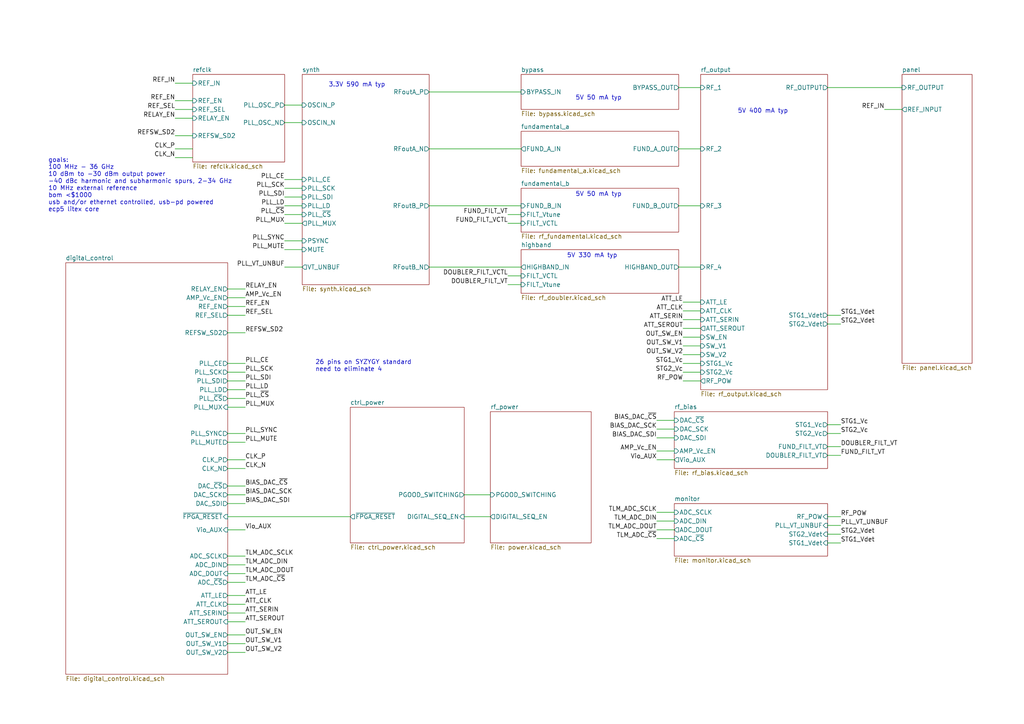
<source format=kicad_sch>
(kicad_sch (version 20211123) (generator eeschema)
  (paper "A4")
  (lib_symbols)
  (wire (pts (xy 240.03 125.73) (xy 243.84 125.73)))
  (wire (pts (xy 71.12 180.34) (xy 66.04 180.34)))
  (wire (pts (xy 82.55 59.69) (xy 87.63 59.69)))
  (wire (pts (xy 190.5 151.13) (xy 195.58 151.13)))
  (wire (pts (xy 71.12 184.15) (xy 66.04 184.15)))
  (wire (pts (xy 66.04 83.82) (xy 71.12 83.82)))
  (wire (pts (xy 71.12 172.72) (xy 66.04 172.72)))
  (wire (pts (xy 71.12 143.51) (xy 66.04 143.51)))
  (wire (pts (xy 240.03 152.4) (xy 243.84 152.4)))
  (wire (pts (xy 71.12 105.41) (xy 66.04 105.41)))
  (wire (pts (xy 240.03 91.44) (xy 243.84 91.44)))
  (wire (pts (xy 82.55 52.07) (xy 87.63 52.07)))
  (wire (pts (xy 190.5 156.21) (xy 195.58 156.21)))
  (wire (pts (xy 71.12 163.83) (xy 66.04 163.83)))
  (wire (pts (xy 66.04 88.9) (xy 71.12 88.9)))
  (wire (pts (xy 124.46 59.69) (xy 151.13 59.69)))
  (wire (pts (xy 196.85 25.4) (xy 203.2 25.4)))
  (wire (pts (xy 66.04 125.73) (xy 71.12 125.73)))
  (wire (pts (xy 190.5 127) (xy 195.58 127)))
  (wire (pts (xy 190.5 148.59) (xy 195.58 148.59)))
  (wire (pts (xy 82.55 62.23) (xy 87.63 62.23)))
  (wire (pts (xy 66.04 149.86) (xy 101.6 149.86)))
  (wire (pts (xy 198.12 87.63) (xy 203.2 87.63)))
  (wire (pts (xy 134.62 143.51) (xy 142.24 143.51)))
  (wire (pts (xy 71.12 175.26) (xy 66.04 175.26)))
  (wire (pts (xy 198.12 100.33) (xy 203.2 100.33)))
  (wire (pts (xy 66.04 128.27) (xy 71.12 128.27)))
  (wire (pts (xy 71.12 189.23) (xy 66.04 189.23)))
  (wire (pts (xy 198.12 95.25) (xy 203.2 95.25)))
  (wire (pts (xy 55.88 43.18) (xy 50.8 43.18)))
  (wire (pts (xy 240.03 93.98) (xy 243.84 93.98)))
  (wire (pts (xy 71.12 168.91) (xy 66.04 168.91)))
  (wire (pts (xy 55.88 45.72) (xy 50.8 45.72)))
  (wire (pts (xy 71.12 107.95) (xy 66.04 107.95)))
  (wire (pts (xy 198.12 107.95) (xy 203.2 107.95)))
  (wire (pts (xy 124.46 26.67) (xy 151.13 26.67)))
  (wire (pts (xy 71.12 118.11) (xy 66.04 118.11)))
  (wire (pts (xy 82.55 72.39) (xy 87.63 72.39)))
  (wire (pts (xy 50.8 31.75) (xy 55.88 31.75)))
  (wire (pts (xy 196.85 43.18) (xy 203.2 43.18)))
  (wire (pts (xy 82.55 35.56) (xy 87.63 35.56)))
  (wire (pts (xy 71.12 113.03) (xy 66.04 113.03)))
  (wire (pts (xy 198.12 102.87) (xy 203.2 102.87)))
  (wire (pts (xy 71.12 146.05) (xy 66.04 146.05)))
  (wire (pts (xy 240.03 25.4) (xy 261.62 25.4)))
  (wire (pts (xy 240.03 149.86) (xy 243.84 149.86)))
  (wire (pts (xy 196.85 77.47) (xy 203.2 77.47)))
  (wire (pts (xy 190.5 133.35) (xy 195.58 133.35)))
  (wire (pts (xy 147.32 82.55) (xy 151.13 82.55)))
  (wire (pts (xy 147.32 64.77) (xy 151.13 64.77)))
  (wire (pts (xy 240.03 129.54) (xy 243.84 129.54)))
  (wire (pts (xy 82.55 64.77) (xy 87.63 64.77)))
  (wire (pts (xy 198.12 90.17) (xy 203.2 90.17)))
  (wire (pts (xy 71.12 96.52) (xy 66.04 96.52)))
  (wire (pts (xy 198.12 110.49) (xy 203.2 110.49)))
  (wire (pts (xy 240.03 154.94) (xy 243.84 154.94)))
  (wire (pts (xy 66.04 91.44) (xy 71.12 91.44)))
  (wire (pts (xy 198.12 92.71) (xy 203.2 92.71)))
  (wire (pts (xy 198.12 105.41) (xy 203.2 105.41)))
  (wire (pts (xy 147.32 62.23) (xy 151.13 62.23)))
  (wire (pts (xy 82.55 30.48) (xy 87.63 30.48)))
  (wire (pts (xy 256.54 31.75) (xy 261.62 31.75)))
  (wire (pts (xy 240.03 132.08) (xy 243.84 132.08)))
  (wire (pts (xy 190.5 153.67) (xy 195.58 153.67)))
  (wire (pts (xy 71.12 186.69) (xy 66.04 186.69)))
  (wire (pts (xy 134.62 149.86) (xy 142.24 149.86)))
  (wire (pts (xy 71.12 166.37) (xy 66.04 166.37)))
  (wire (pts (xy 196.85 59.69) (xy 203.2 59.69)))
  (wire (pts (xy 240.03 123.19) (xy 243.84 123.19)))
  (wire (pts (xy 190.5 130.81) (xy 195.58 130.81)))
  (wire (pts (xy 124.46 43.18) (xy 151.13 43.18)))
  (wire (pts (xy 66.04 133.35) (xy 71.12 133.35)))
  (wire (pts (xy 82.55 69.85) (xy 87.63 69.85)))
  (wire (pts (xy 198.12 97.79) (xy 203.2 97.79)))
  (wire (pts (xy 66.04 153.67) (xy 71.12 153.67)))
  (wire (pts (xy 50.8 34.29) (xy 55.88 34.29)))
  (wire (pts (xy 82.55 57.15) (xy 87.63 57.15)))
  (wire (pts (xy 71.12 140.97) (xy 66.04 140.97)))
  (wire (pts (xy 82.55 77.47) (xy 87.63 77.47)))
  (wire (pts (xy 71.12 110.49) (xy 66.04 110.49)))
  (wire (pts (xy 190.5 124.46) (xy 195.58 124.46)))
  (wire (pts (xy 82.55 54.61) (xy 87.63 54.61)))
  (wire (pts (xy 124.46 77.47) (xy 151.13 77.47)))
  (wire (pts (xy 147.32 80.01) (xy 151.13 80.01)))
  (wire (pts (xy 50.8 39.37) (xy 55.88 39.37)))
  (wire (pts (xy 190.5 121.92) (xy 195.58 121.92)))
  (wire (pts (xy 66.04 135.89) (xy 71.12 135.89)))
  (wire (pts (xy 240.03 157.48) (xy 243.84 157.48)))
  (wire (pts (xy 71.12 161.29) (xy 66.04 161.29)))
  (wire (pts (xy 71.12 115.57) (xy 66.04 115.57)))
  (wire (pts (xy 66.04 86.36) (xy 71.12 86.36)))
  (wire (pts (xy 71.12 177.8) (xy 66.04 177.8)))
  (wire (pts (xy 50.8 24.13) (xy 55.88 24.13)))
  (wire (pts (xy 50.8 29.21) (xy 55.88 29.21)))
  (text "5V 330 mA typ" (at 179.07 74.93 180) (effects (font (size 1.27 1.27)) (justify right bottom)))
  (text "5V 50 mA typ" (at 180.34 57.15 180) (effects (font (size 1.27 1.27)) (justify right bottom)))
  (text "5V 50 mA typ" (at 180.34 29.21 180) (effects (font (size 1.27 1.27)) (justify right bottom)))
  (text "5V 400 mA typ" (at 228.6 33.02 180) (effects (font (size 1.27 1.27)) (justify right bottom)))
  (text "3.3V 590 mA typ" (at 111.76 25.4 180) (effects (font (size 1.27 1.27)) (justify right bottom)))
  (text "goals:\n100 MHz - 36 GHz\n10 dBm to -30 dBm output power\n-40 dBc harmonic and subharmonic spurs, 2-34 GHz\n10 MHz external reference\nbom <$1000\nusb and/or ethernet controlled, usb-pd powered\necp5 litex core" (at 13.97 61.595 0) (effects (font (size 1.27 1.27)) (justify left bottom)))
  (text "26 pins on SYZYGY standard\nneed to eliminate 4" (at 91.44 107.95 0) (effects (font (size 1.27 1.27)) (justify left bottom)))
  (label "CLK_P" (at 50.8 43.18 180))
  (label "ATT_SEROUT" (at 71.12 180.34 0))
  (label "STG1_Vc" (at 198.12 105.41 180))
  (label "RELAY_EN" (at 50.8 34.29 180))
  (label "ATT_SERIN" (at 71.12 177.8 0))
  (label "REF_IN" (at 50.8 24.13 180))
  (label "PLL_SCK" (at 82.55 54.61 180))
  (label "AMP_Vc_EN" (at 190.5 130.81 180))
  (label "BIAS_DAC_SCK" (at 190.5 124.46 180))
  (label "STG1_Vdet" (at 243.84 157.48 0))
  (label "PLL_MUTE" (at 71.12 128.27 0))
  (label "REF_SEL" (at 71.12 91.44 0))
  (label "OUT_SW_EN" (at 198.12 97.79 180))
  (label "PLL_CE" (at 82.55 52.07 180))
  (label "TLM_ADC_DIN" (at 71.12 163.83 0))
  (label "REF_SEL" (at 50.8 31.75 180))
  (label "RF_POW" (at 198.12 110.49 180))
  (label "OUT_SW_V1" (at 71.12 186.69 0))
  (label "BIAS_DAC_~{CS}" (at 190.5 121.92 180))
  (label "REF_EN" (at 71.12 88.9 0))
  (label "DOUBLER_FILT_VCTL" (at 147.32 80.01 180))
  (label "BIAS_DAC_SDI" (at 71.12 146.05 0))
  (label "STG1_Vdet" (at 243.84 91.44 0))
  (label "PLL_SYNC" (at 82.55 69.85 180))
  (label "PLL_VT_UNBUF" (at 243.84 152.4 0))
  (label "PLL_SCK" (at 71.12 107.95 0))
  (label "TLM_ADC_~{CS}" (at 190.5 156.21 180))
  (label "PLL_CE" (at 71.12 105.41 0))
  (label "TLM_ADC_~{CS}" (at 71.12 168.91 0))
  (label "TLM_ADC_DOUT" (at 190.5 153.67 180))
  (label "STG1_Vc" (at 243.84 123.19 0))
  (label "STG2_Vdet" (at 243.84 93.98 0))
  (label "PLL_~{CS}" (at 71.12 115.57 0))
  (label "PLL_SYNC" (at 71.12 125.73 0))
  (label "OUT_SW_V2" (at 71.12 189.23 0))
  (label "PLL_LD" (at 82.55 59.69 180))
  (label "PLL_MUX" (at 71.12 118.11 0))
  (label "OUT_SW_V2" (at 198.12 102.87 180))
  (label "PLL_SDI" (at 82.55 57.15 180))
  (label "OUT_SW_V1" (at 198.12 100.33 180))
  (label "REF_EN" (at 50.8 29.21 180))
  (label "OUT_SW_EN" (at 71.12 184.15 0))
  (label "BIAS_DAC_SDI" (at 190.5 127 180))
  (label "TLM_ADC_DIN" (at 190.5 151.13 180))
  (label "REFSW_SD2" (at 50.8 39.37 180))
  (label "PLL_SDI" (at 71.12 110.49 0))
  (label "PLL_MUTE" (at 82.55 72.39 180))
  (label "REFSW_SD2" (at 71.12 96.52 0))
  (label "ATT_SERIN" (at 198.12 92.71 180))
  (label "RF_POW" (at 243.84 149.86 0))
  (label "Vio_AUX" (at 190.5 133.35 180))
  (label "PLL_LD" (at 71.12 113.03 0))
  (label "BIAS_DAC_~{CS}" (at 71.12 140.97 0))
  (label "BIAS_DAC_SCK" (at 71.12 143.51 0))
  (label "CLK_N" (at 50.8 45.72 180))
  (label "STG2_Vc" (at 243.84 125.73 0))
  (label "ATT_CLK" (at 198.12 90.17 180))
  (label "ATT_LE" (at 198.12 87.63 180))
  (label "DOUBLER_FILT_VT" (at 243.84 129.54 0))
  (label "FUND_FILT_VCTL" (at 147.32 64.77 180))
  (label "AMP_Vc_EN" (at 71.12 86.36 0))
  (label "DOUBLER_FILT_VT" (at 147.32 82.55 180))
  (label "ATT_LE" (at 71.12 172.72 0))
  (label "PLL_MUX" (at 82.55 64.77 180))
  (label "TLM_ADC_DOUT" (at 71.12 166.37 0))
  (label "TLM_ADC_SCLK" (at 190.5 148.59 180))
  (label "RELAY_EN" (at 71.12 83.82 0))
  (label "STG2_Vdet" (at 243.84 154.94 0))
  (label "ATT_SEROUT" (at 198.12 95.25 180))
  (label "PLL_VT_UNBUF" (at 82.55 77.47 180))
  (label "CLK_N" (at 71.12 135.89 0))
  (label "TLM_ADC_SCLK" (at 71.12 161.29 0))
  (label "FUND_FILT_VT" (at 147.32 62.23 180))
  (label "REF_IN" (at 256.54 31.75 180))
  (label "CLK_P" (at 71.12 133.35 0))
  (label "STG2_Vc" (at 198.12 107.95 180))
  (label "Vio_AUX" (at 71.12 153.67 0))
  (label "ATT_CLK" (at 71.12 175.26 0))
  (label "FUND_FILT_VT" (at 243.84 132.08 0))
  (label "PLL_~{CS}" (at 82.55 62.23 180))
  (sheet (at 203.2 21.59) (size 36.83 91.44) (stroke (width 0.001))
    (property "Sheet name" "rf_output" (at 203.2 20.9541 0) (effects (justify left bottom)))
    (property "Sheet file" "rf_output.kicad_sch" (at 203.2 113.5389 0) (effects (justify left top)))
    (pin "RF_1" input (at 203.2 25.4 180))
    (pin "RF_2" input (at 203.2 43.18 180))
    (pin "RF_3" input (at 203.2 59.69 180))
    (pin "RF_4" input (at 203.2 77.47 180))
    (pin "RF_OUTPUT" output (at 240.03 25.4 0))
    (pin "STG1_Vc" input (at 203.2 105.41 180))
    (pin "STG1_Vdet" output (at 240.03 91.44 0))
    (pin "STG2_Vdet" output (at 240.03 93.98 0))
    (pin "STG2_Vc" input (at 203.2 107.95 180))
    (pin "SW_V2" input (at 203.2 102.87 180))
    (pin "SW_EN" input (at 203.2 97.79 180))
    (pin "SW_V1" input (at 203.2 100.33 180))
    (pin "ATT_LE" input (at 203.2 87.63 180))
    (pin "ATT_CLK" input (at 203.2 90.17 180))
    (pin "ATT_SERIN" input (at 203.2 92.71 180))
    (pin "ATT_SEROUT" output (at 203.2 95.25 180))
    (pin "RF_POW" output (at 203.2 110.49 180))
  )
  (sheet (at 195.58 146.05) (size 44.45 15.24) (stroke (width 0.001))
    (property "Sheet name" "monitor" (at 195.58 145.4141 0) (effects (justify left bottom)))
    (property "Sheet file" "monitor.kicad_sch" (at 195.58 161.7989 0) (effects (justify left top)))
    (pin "STG1_Vdet" input (at 240.03 157.48 0))
    (pin "STG2_Vdet" input (at 240.03 154.94 0))
    (pin "PLL_VT_UNBUF" input (at 240.03 152.4 0))
    (pin "ADC_SCLK" input (at 195.58 148.59 180))
    (pin "ADC_DIN" input (at 195.58 151.13 180))
    (pin "ADC_DOUT" output (at 195.58 153.67 180))
    (pin "ADC_~{CS}" input (at 195.58 156.21 180))
    (pin "RF_POW" input (at 240.03 149.86 0))
  )
  (sheet (at 55.88 21.59) (size 26.67 25.4) (stroke (width 0.001)) (fill (color 255 255 255 0.0000))
    (property "Sheet name" "refclk" (at 55.88 20.9541 0) (effects (justify left bottom)))
    (property "Sheet file" "refclk.kicad_sch" (at 55.88 47.4989 0) (effects (justify left top)))
    (pin "REF_SEL" input (at 55.88 31.75 180))
    (pin "RELAY_EN" input (at 55.88 34.29 180))
    (pin "REF_IN" input (at 55.88 24.13 180))
    (pin "REF_EN" input (at 55.88 29.21 180))
    (pin "REFSW_SD2" input (at 55.88 39.37 180))
    (pin "PLL_OSC_P" output (at 82.55 30.48 0))
    (pin "PLL_OSC_N" output (at 82.55 35.56 0))
  )
  (sheet (at 101.6 118.11) (size 33.02 39.37) (stroke (width 0.0006))
    (property "Sheet name" "ctrl_power" (at 101.6 117.4743 0) (effects (justify left bottom)))
    (property "Sheet file" "ctrl_power.kicad_sch" (at 101.6 157.9887 0) (effects (justify left top)))
    (pin "DIGITAL_SEQ_EN" input (at 134.62 149.86 0))
    (pin "~{FPGA_RESET}" output (at 101.6 149.86 180))
    (pin "PGOOD_SWITCHING" output (at 134.62 143.51 0))
  )
  (sheet (at 87.63 21.59) (size 36.83 60.96) (stroke (width 0.001))
    (property "Sheet name" "synth" (at 87.63 20.9541 0) (effects (justify left bottom)))
    (property "Sheet file" "synth.kicad_sch" (at 87.63 83.0589 0) (effects (justify left top)))
    (pin "RFoutB_P" output (at 124.46 59.69 0))
    (pin "RFoutB_N" output (at 124.46 77.47 0))
    (pin "RFoutA_P" output (at 124.46 26.67 0))
    (pin "RFoutA_N" output (at 124.46 43.18 0))
    (pin "PSYNC" input (at 87.63 69.85 180))
    (pin "MUTE" input (at 87.63 72.39 180))
    (pin "OSCIN_N" input (at 87.63 35.56 180))
    (pin "OSCIN_P" input (at 87.63 30.48 180))
    (pin "VT_UNBUF" output (at 87.63 77.47 180))
    (pin "PLL_CE" input (at 87.63 52.07 180))
    (pin "PLL_SCK" input (at 87.63 54.61 180))
    (pin "PLL_SDI" input (at 87.63 57.15 180))
    (pin "PLL_LD" input (at 87.63 59.69 180))
    (pin "PLL_~{CS}" input (at 87.63 62.23 180))
    (pin "PLL_MUX" output (at 87.63 64.77 180))
  )
  (sheet (at 195.58 119.38) (size 44.45 16.51) (stroke (width 0.001)) (fill (color 255 255 255 0.0000))
    (property "Sheet name" "rf_bias" (at 195.58 118.7441 0) (effects (justify left bottom)))
    (property "Sheet file" "rf_bias.kicad_sch" (at 195.58 136.3989 0) (effects (justify left top)))
    (pin "DOUBLER_FILT_VT" output (at 240.03 132.08 0))
    (pin "STG1_Vc" output (at 240.03 123.19 0))
    (pin "STG2_Vc" output (at 240.03 125.73 0))
    (pin "FUND_FILT_VT" output (at 240.03 129.54 0))
    (pin "AMP_Vc_EN" input (at 195.58 130.81 180))
    (pin "Vio_AUX" output (at 195.58 133.35 180))
    (pin "DAC_~{CS}" input (at 195.58 121.92 180))
    (pin "DAC_SCK" input (at 195.58 124.46 180))
    (pin "DAC_SDI" input (at 195.58 127 180))
  )
  (sheet (at 261.62 21.59) (size 20.32 83.82) (stroke (width 0.0006))
    (property "Sheet name" "panel" (at 261.62 20.9543 0) (effects (justify left bottom)))
    (property "Sheet file" "panel.kicad_sch" (at 261.62 105.9187 0) (effects (justify left top)))
    (pin "RF_OUTPUT" input (at 261.62 25.4 180))
    (pin "REF_INPUT" output (at 261.62 31.75 180))
  )
  (sheet (at 151.13 54.61) (size 45.72 12.7) (stroke (width 0.001)) (fill (color 255 255 255 0.0000))
    (property "Sheet name" "fundamental_b" (at 151.13 53.9741 0) (effects (justify left bottom)))
    (property "Sheet file" "rf_fundamental.kicad_sch" (at 151.13 67.8189 0) (effects (justify left top)))
    (pin "FUND_B_OUT" output (at 196.85 59.69 0))
    (pin "FUND_B_IN" input (at 151.13 59.69 180))
    (pin "FILT_Vtune" input (at 151.13 62.23 180))
    (pin "FILT_VCTL" input (at 151.13 64.77 180))
  )
  (sheet (at 151.13 21.59) (size 45.72 10.16) (stroke (width 0.001))
    (property "Sheet name" "bypass" (at 151.13 20.9541 0) (effects (justify left bottom)))
    (property "Sheet file" "bypass.kicad_sch" (at 151.13 32.2589 0) (effects (justify left top)))
    (pin "BYPASS_IN" input (at 151.13 26.67 180))
    (pin "BYPASS_OUT" output (at 196.85 25.4 0))
  )
  (sheet (at 19.05 76.2) (size 46.99 119.38) (stroke (width 0.001))
    (property "Sheet name" "digital_control" (at 19.05 75.5641 0) (effects (justify left bottom)))
    (property "Sheet file" "digital_control.kicad_sch" (at 19.05 196.0889 0) (effects (justify left top)))
    (pin "RELAY_EN" output (at 66.04 83.82 0))
    (pin "~{FPGA_RESET}" input (at 66.04 149.86 0))
    (pin "AMP_Vc_EN" output (at 66.04 86.36 0))
    (pin "PLL_SYNC" output (at 66.04 125.73 0))
    (pin "PLL_MUTE" output (at 66.04 128.27 0))
    (pin "REF_EN" output (at 66.04 88.9 0))
    (pin "REF_SEL" output (at 66.04 91.44 0))
    (pin "Vio_AUX" input (at 66.04 153.67 0))
    (pin "ATT_CLK" output (at 66.04 175.26 0))
    (pin "ATT_LE" output (at 66.04 172.72 0))
    (pin "ATT_SERIN" output (at 66.04 177.8 0))
    (pin "DAC_SDI" output (at 66.04 146.05 0))
    (pin "DAC_~{CS}" output (at 66.04 140.97 0))
    (pin "DAC_SCK" output (at 66.04 143.51 0))
    (pin "PLL_SDI" output (at 66.04 110.49 0))
    (pin "PLL_SCK" output (at 66.04 107.95 0))
    (pin "PLL_CE" output (at 66.04 105.41 0))
    (pin "ADC_SCLK" output (at 66.04 161.29 0))
    (pin "ADC_DIN" output (at 66.04 163.83 0))
    (pin "PLL_MUX" input (at 66.04 118.11 0))
    (pin "ADC_DOUT" input (at 66.04 166.37 0))
    (pin "ADC_~{CS}" output (at 66.04 168.91 0))
    (pin "ATT_SEROUT" input (at 66.04 180.34 0))
    (pin "PLL_~{CS}" output (at 66.04 115.57 0))
    (pin "PLL_LD" output (at 66.04 113.03 0))
    (pin "OUT_SW_EN" output (at 66.04 184.15 0))
    (pin "OUT_SW_V1" output (at 66.04 186.69 0))
    (pin "OUT_SW_V2" output (at 66.04 189.23 0))
    (pin "REFSW_SD2" output (at 66.04 96.52 0))
    (pin "CLK_P" output (at 66.04 133.35 0))
    (pin "CLK_N" output (at 66.04 135.89 0))
  )
  (sheet (at 151.13 72.39) (size 45.72 12.7) (stroke (width 0.001))
    (property "Sheet name" "highband" (at 151.13 71.7541 0) (effects (justify left bottom)))
    (property "Sheet file" "rf_doubler.kicad_sch" (at 151.13 85.5989 0) (effects (justify left top)))
    (pin "HIGHBAND_IN" output (at 151.13 77.47 180))
    (pin "HIGHBAND_OUT" output (at 196.85 77.47 0))
    (pin "FILT_VCTL" input (at 151.13 80.01 180))
    (pin "FILT_Vtune" input (at 151.13 82.55 180))
  )
  (sheet (at 151.13 38.1) (size 45.72 10.16) (stroke (width 0.001)) (fill (color 255 255 255 0.0000))
    (property "Sheet name" "fundamental_a" (at 151.13 37.4641 0) (effects (justify left bottom)))
    (property "Sheet file" "fundamental_a.kicad_sch" (at 151.13 48.7689 0) (effects (justify left top)))
    (pin "FUND_A_IN" output (at 151.13 43.18 180))
    (pin "FUND_A_OUT" output (at 196.85 43.18 0))
  )
  (sheet (at 142.24 119.38) (size 29.21 38.1) (stroke (width 0.001)) (fill (color 255 255 255 0.0000))
    (property "Sheet name" "rf_power" (at 142.24 118.7441 0) (effects (justify left bottom)))
    (property "Sheet file" "power.kicad_sch" (at 142.24 157.9889 0) (effects (justify left top)))
    (pin "DIGITAL_SEQ_EN" output (at 142.24 149.86 180))
    (pin "PGOOD_SWITCHING" input (at 142.24 143.51 180))
  )
)
</source>
